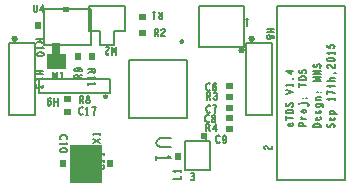
<source format=gto>
G04 ================== begin FILE IDENTIFICATION RECORD ==================*
G04 Layout Name:  C:/Users/msahadat3/Dropbox/GATech/eTDS_PCB/allegro/ETDS_PCB_V1_4.brd*
G04 Film Name:    SILKSCREEN_TOP*
G04 File Format:  Gerber RS274X*
G04 File Origin:  Cadence Allegro 16.6-2015-S056*
G04 Origin Date:  Mon Oct 12 16:32:23 2015*
G04 *
G04 Layer:  REF DES/SILKSCREEN_TOP*
G04 Layer:  PACKAGE GEOMETRY/SILKSCREEN_TOP*
G04 Layer:  BOARD GEOMETRY/SILKSCREEN_TOP*
G04 *
G04 Offset:    (0.00 0.00)*
G04 Mirror:    No*
G04 Mode:      Positive*
G04 Rotation:  0*
G04 FullContactRelief:  No*
G04 UndefLineWidth:     5.00*
G04 ================== end FILE IDENTIFICATION RECORD ====================*
%FSLAX25Y25*MOIN*%
%IR0*IPPOS*OFA0.00000B0.00000*MIA0B0*SFA1.00000B1.00000*%
%ADD10C,.005*%
G75*
%LPD*%
G75*
G36*
G01X761200Y1707250D02*
X759200D01*
Y1705050D01*
X761200D01*
Y1707250D01*
G37*
G36*
G01X753352Y1701808D02*
G03I-1114J0D01*
G37*
G36*
G01X769300Y1661300D02*
X767300D01*
Y1659100D01*
X769300D01*
Y1661300D01*
G37*
G36*
G01X770750Y1653900D02*
X781450D01*
Y1666500D01*
X770750D01*
Y1653900D01*
G37*
G36*
G01X768700Y1678400D02*
Y1676400D01*
X770900D01*
Y1678400D01*
X768700D01*
G37*
G36*
G01Y1682600D02*
Y1680600D01*
X770900D01*
Y1682600D01*
X768700D01*
G37*
G36*
G01X764800Y1696700D02*
Y1700400D01*
X767400D01*
Y1696700D01*
X769400D01*
Y1691800D01*
X762900D01*
Y1696700D01*
X764800D01*
G37*
G36*
G01X772400Y1694800D02*
X774400D01*
Y1697000D01*
X772400D01*
Y1694800D01*
G37*
G36*
G01X768500Y1712500D02*
Y1710700D01*
X770500D01*
Y1712500D01*
X768500D01*
G37*
G36*
G01X782900Y1659100D02*
X784900D01*
Y1661300D01*
X782900D01*
Y1659100D01*
G37*
G36*
G01X783416Y1682457D02*
G03I-880J0D01*
G37*
G36*
G01X778900Y1697000D02*
X776900D01*
Y1694800D01*
X778900D01*
Y1697000D01*
G37*
G36*
G01X793800Y1704800D02*
Y1702800D01*
X796000D01*
Y1704800D01*
X793800D01*
G37*
G36*
G01X796000Y1708100D02*
Y1710100D01*
X793800D01*
Y1708100D01*
X796000D01*
G37*
G36*
G01X805600Y1661500D02*
X807600D01*
Y1663700D01*
X805600D01*
Y1661500D01*
G37*
G36*
G01X808706Y1700900D02*
G03I-806J0D01*
G37*
G36*
G01X816497Y1668350D02*
G03I-447J0D01*
G37*
G36*
G01X822700Y1672700D02*
Y1670700D01*
X824900D01*
Y1672700D01*
X822700D01*
G37*
G36*
G01X814250Y1670550D02*
Y1668550D01*
X816450D01*
Y1670550D01*
X814250D01*
G37*
G36*
G01X822700Y1679900D02*
Y1677900D01*
X824900D01*
Y1679900D01*
X822700D01*
G37*
G36*
G01Y1676300D02*
Y1674300D01*
X824900D01*
Y1676300D01*
X822700D01*
G37*
G36*
G01Y1683500D02*
Y1681500D01*
X824900D01*
Y1683500D01*
X822700D01*
G37*
G36*
G01Y1687100D02*
Y1685100D01*
X824900D01*
Y1687100D01*
X822700D01*
G37*
G36*
G01X829006Y1698026D02*
G03I-1113J0D01*
G37*
G36*
G01X832352Y1701808D02*
G03I-1114J0D01*
G37*
G54D10*
G01X759093Y1700569D02*
X750431D01*
Y1676553D01*
X759093D01*
Y1700569D01*
G01X759300Y1691060D02*
X761800D01*
G01Y1689940D02*
X759300D01*
G01X760550D02*
Y1691060D01*
G01X759300Y1688300D02*
X761800D01*
X761300Y1688620D01*
G01X759300D02*
Y1687980D01*
G01X759800Y1686687D02*
X759508Y1686527D01*
X759342Y1686313D01*
X759300Y1686073D01*
X759342Y1685860D01*
X759550Y1685647D01*
X759800Y1685513D01*
X760050Y1685487D01*
X760342Y1685540D01*
X760550Y1685727D01*
X760633Y1685913D01*
Y1686153D01*
G01Y1685913D02*
X760758Y1685753D01*
X760967Y1685620D01*
X761217Y1685567D01*
X761467Y1685620D01*
X761675Y1685753D01*
X761800Y1685993D01*
X761758Y1686233D01*
X761592Y1686473D01*
G01X759500Y1701633D02*
X762000D01*
Y1700967D01*
X761875Y1700753D01*
X761708Y1700620D01*
X761375Y1700567D01*
X761042Y1700620D01*
X760833Y1700780D01*
X760708Y1700967D01*
Y1701633D01*
G01Y1700967D02*
X759500Y1700567D01*
G01Y1698900D02*
X762000D01*
X761500Y1699220D01*
G01X759500D02*
Y1698580D01*
G01X762000Y1696700D02*
X761917Y1696913D01*
X761708Y1697073D01*
X761458Y1697180D01*
X761125Y1697260D01*
X760750Y1697287D01*
X760375Y1697260D01*
X760042Y1697180D01*
X759792Y1697073D01*
X759583Y1696913D01*
X759500Y1696700D01*
X759583Y1696487D01*
X759792Y1696327D01*
X760042Y1696220D01*
X760375Y1696140D01*
X760750Y1696113D01*
X761125Y1696140D01*
X761458Y1696220D01*
X761708Y1696327D01*
X761917Y1696487D01*
X762000Y1696700D01*
G01X758613Y1713100D02*
Y1711308D01*
X758720Y1710933D01*
X758933Y1710683D01*
X759200Y1710600D01*
X759467Y1710683D01*
X759680Y1710933D01*
X759787Y1711308D01*
Y1713100D01*
G01X761720Y1710600D02*
Y1713100D01*
X760733Y1711308D01*
X762067D01*
G01X769592Y1668513D02*
X769717Y1668673D01*
X769800Y1668860D01*
Y1669073D01*
X769675Y1669313D01*
X769467Y1669500D01*
X769217Y1669633D01*
X768800Y1669740D01*
X768425Y1669767D01*
X768050Y1669713D01*
X767800Y1669633D01*
X767550Y1669473D01*
X767383Y1669287D01*
X767300Y1669100D01*
Y1668913D01*
X767383Y1668727D01*
X767508Y1668567D01*
X767675Y1668433D01*
G01X767300Y1666900D02*
X769800D01*
X769300Y1667220D01*
G01X767300D02*
Y1666580D01*
G01X769800Y1664700D02*
X769717Y1664913D01*
X769508Y1665073D01*
X769258Y1665180D01*
X768925Y1665260D01*
X768550Y1665287D01*
X768175Y1665260D01*
X767842Y1665180D01*
X767592Y1665073D01*
X767383Y1664913D01*
X767300Y1664700D01*
X767383Y1664487D01*
X767592Y1664327D01*
X767842Y1664220D01*
X768175Y1664140D01*
X768550Y1664113D01*
X768925Y1664140D01*
X769258Y1664220D01*
X769508Y1664327D01*
X769717Y1664487D01*
X769800Y1664700D01*
G01X766548Y1682063D02*
Y1679563D01*
G01X765428D02*
Y1682063D01*
G01Y1680813D02*
X766548D01*
G01X764241Y1681771D02*
X764055Y1681980D01*
X763841Y1682063D01*
X763628Y1681980D01*
X763441Y1681730D01*
X763308Y1681355D01*
X763255Y1680980D01*
Y1680521D01*
X763308Y1680146D01*
X763441Y1679813D01*
X763601Y1679646D01*
X763788Y1679563D01*
X764001Y1679646D01*
X764161Y1679813D01*
X764268Y1680063D01*
X764321Y1680396D01*
X764268Y1680688D01*
X764135Y1680980D01*
X763975Y1681146D01*
X763788Y1681188D01*
X763575Y1681105D01*
X763415Y1680896D01*
X763255Y1680521D01*
G01X774700Y1688767D02*
X772200D01*
Y1689433D01*
X772325Y1689647D01*
X772492Y1689780D01*
X772825Y1689833D01*
X773158Y1689780D01*
X773367Y1689620D01*
X773492Y1689433D01*
Y1688767D01*
G01Y1689433D02*
X774700Y1689833D01*
G01X774408Y1691047D02*
X774617Y1691233D01*
X774700Y1691447D01*
X774617Y1691660D01*
X774367Y1691847D01*
X773992Y1691980D01*
X773617Y1692033D01*
X773158D01*
X772783Y1691980D01*
X772450Y1691847D01*
X772283Y1691687D01*
X772200Y1691500D01*
X772283Y1691287D01*
X772450Y1691127D01*
X772700Y1691020D01*
X773033Y1690967D01*
X773325Y1691020D01*
X773617Y1691153D01*
X773783Y1691313D01*
X773825Y1691500D01*
X773742Y1691713D01*
X773533Y1691873D01*
X773158Y1692033D01*
G01X765107Y1688400D02*
Y1690900D01*
X765800Y1688817D01*
X766493Y1690900D01*
Y1688400D01*
G01X768000D02*
Y1690900D01*
X767680Y1690400D01*
G01Y1688400D02*
X768320D01*
G01X784111Y1683638D02*
Y1688362D01*
X760489D01*
Y1683638D01*
X784111D01*
G01X762000Y1711800D02*
Y1699800D01*
X777600D01*
Y1711800D01*
X762000D01*
G01X779808Y1659587D02*
X779683Y1659427D01*
X779600Y1659240D01*
Y1659027D01*
X779725Y1658787D01*
X779933Y1658600D01*
X780183Y1658467D01*
X780600Y1658360D01*
X780975Y1658333D01*
X781350Y1658387D01*
X781600Y1658467D01*
X781850Y1658627D01*
X782017Y1658813D01*
X782100Y1659000D01*
Y1659187D01*
X782017Y1659373D01*
X781892Y1659533D01*
X781725Y1659667D01*
G01X782100Y1661200D02*
X779600D01*
X780100Y1660880D01*
G01X782100D02*
Y1661520D01*
G01Y1663400D02*
X779600D01*
X780100Y1663080D01*
G01X782100D02*
Y1663720D01*
G01X773967Y1680300D02*
Y1682800D01*
X774633D01*
X774847Y1682675D01*
X774980Y1682508D01*
X775033Y1682175D01*
X774980Y1681842D01*
X774820Y1681633D01*
X774633Y1681508D01*
X773967D01*
G01X774633D02*
X775033Y1680300D01*
G01X776700D02*
X776887Y1680342D01*
X777100Y1680467D01*
X777233Y1680675D01*
X777287Y1680967D01*
X777233Y1681258D01*
X777073Y1681508D01*
X776833Y1681633D01*
X776567D01*
X776407Y1681717D01*
X776273Y1681925D01*
X776220Y1682217D01*
X776300Y1682508D01*
X776487Y1682717D01*
X776700Y1682800D01*
X776913Y1682717D01*
X777100Y1682508D01*
X777180Y1682217D01*
X777127Y1681925D01*
X776993Y1681717D01*
X776833Y1681633D01*
X776567D01*
X776327Y1681508D01*
X776167Y1681258D01*
X776113Y1680967D01*
X776167Y1680675D01*
X776300Y1680467D01*
X776513Y1680342D01*
X776700Y1680300D01*
G01X774887Y1678792D02*
X774727Y1678917D01*
X774540Y1679000D01*
X774327D01*
X774087Y1678875D01*
X773900Y1678667D01*
X773767Y1678417D01*
X773660Y1678000D01*
X773633Y1677625D01*
X773687Y1677250D01*
X773767Y1677000D01*
X773927Y1676750D01*
X774113Y1676583D01*
X774300Y1676500D01*
X774487D01*
X774673Y1676583D01*
X774833Y1676708D01*
X774967Y1676875D01*
G01X776500Y1676500D02*
Y1679000D01*
X776180Y1678500D01*
G01Y1676500D02*
X776820D01*
G01X778647D02*
X778700Y1677042D01*
X778780Y1677500D01*
X778887Y1677917D01*
X779020Y1678375D01*
X779233Y1679000D01*
X778167D01*
G01X780850Y1667240D02*
X778350Y1668360D01*
G01Y1667240D02*
X780850Y1668360D01*
G01Y1670000D02*
X778350D01*
X778850Y1669680D01*
G01X780850D02*
Y1670320D01*
G01X776700Y1691633D02*
X779200D01*
Y1690967D01*
X779075Y1690753D01*
X778908Y1690620D01*
X778575Y1690567D01*
X778242Y1690620D01*
X778033Y1690780D01*
X777908Y1690967D01*
Y1691633D01*
G01Y1690967D02*
X776700Y1690567D01*
G01Y1688900D02*
X779200D01*
X778700Y1689220D01*
G01X776700D02*
Y1688580D01*
G01Y1686700D02*
X779200D01*
X778700Y1687020D01*
G01X776700D02*
Y1686380D01*
G01X785993Y1699000D02*
Y1696500D01*
X785300Y1698583D01*
X784607Y1696500D01*
Y1699000D01*
G01X783607Y1696917D02*
X783447Y1696667D01*
X783260Y1696542D01*
X783047Y1696500D01*
X782780Y1696583D01*
X782593Y1696792D01*
X782540Y1697042D01*
X782567Y1697292D01*
X782673Y1697500D01*
X783207Y1697917D01*
X783447Y1698208D01*
X783607Y1698625D01*
X783660Y1699000D01*
X782540D01*
G01X785500Y1704450D02*
Y1699650D01*
X780800D01*
Y1704550D01*
X777200D01*
Y1712650D01*
X789200D01*
Y1704450D01*
X785500D01*
G01X804500Y1668593D02*
X800917D01*
X800167Y1668340D01*
X799667Y1667833D01*
X799500Y1667200D01*
X799667Y1666567D01*
X800167Y1666060D01*
X800917Y1665807D01*
X804500D01*
G01X799500Y1662100D02*
X804500D01*
X803500Y1662860D01*
G01X799500D02*
Y1661340D01*
G01X790350Y1694650D02*
Y1675350D01*
X809650D01*
Y1694650D01*
X790350D01*
G01X798967Y1702600D02*
Y1705100D01*
X799633D01*
X799847Y1704975D01*
X799980Y1704808D01*
X800033Y1704475D01*
X799980Y1704142D01*
X799820Y1703933D01*
X799633Y1703808D01*
X798967D01*
G01X799633D02*
X800033Y1702600D01*
G01X801193Y1704683D02*
X801353Y1704933D01*
X801540Y1705058D01*
X801753Y1705100D01*
X802020Y1705017D01*
X802207Y1704808D01*
X802260Y1704558D01*
X802233Y1704308D01*
X802127Y1704100D01*
X801593Y1703683D01*
X801353Y1703392D01*
X801193Y1702975D01*
X801140Y1702600D01*
X802260D01*
G01X801533Y1710800D02*
Y1708300D01*
X800867D01*
X800653Y1708425D01*
X800520Y1708592D01*
X800467Y1708925D01*
X800520Y1709258D01*
X800680Y1709467D01*
X800867Y1709592D01*
X801533D01*
G01X800867D02*
X800467Y1710800D01*
G01X798800D02*
Y1708300D01*
X799120Y1708800D01*
G01Y1710800D02*
X798480D01*
G01X810963Y1655150D02*
X811123Y1654858D01*
X811337Y1654692D01*
X811577Y1654650D01*
X811790Y1654692D01*
X812003Y1654900D01*
X812137Y1655150D01*
X812163Y1655400D01*
X812110Y1655692D01*
X811923Y1655900D01*
X811737Y1655983D01*
X811497D01*
G01X811737D02*
X811897Y1656108D01*
X812030Y1656317D01*
X812083Y1656567D01*
X812030Y1656817D01*
X811897Y1657025D01*
X811657Y1657150D01*
X811417Y1657108D01*
X811177Y1656942D01*
G01X808950Y1667850D02*
Y1658050D01*
X817350D01*
Y1667850D01*
X808950D01*
G01X805200Y1655067D02*
X807700D01*
Y1656133D01*
G01Y1657800D02*
X805200D01*
X805700Y1657480D01*
G01X807700D02*
Y1658120D01*
G01X820587Y1669392D02*
X820427Y1669517D01*
X820240Y1669600D01*
X820027D01*
X819787Y1669475D01*
X819600Y1669267D01*
X819467Y1669017D01*
X819360Y1668600D01*
X819333Y1668225D01*
X819387Y1667850D01*
X819467Y1667600D01*
X819627Y1667350D01*
X819813Y1667183D01*
X820000Y1667100D01*
X820187D01*
X820373Y1667183D01*
X820533Y1667308D01*
X820667Y1667475D01*
G01X821747Y1667392D02*
X821933Y1667183D01*
X822147Y1667100D01*
X822360Y1667183D01*
X822547Y1667433D01*
X822680Y1667808D01*
X822733Y1668183D01*
Y1668642D01*
X822680Y1669017D01*
X822547Y1669350D01*
X822387Y1669517D01*
X822200Y1669600D01*
X821987Y1669517D01*
X821827Y1669350D01*
X821720Y1669100D01*
X821667Y1668767D01*
X821720Y1668475D01*
X821853Y1668183D01*
X822013Y1668017D01*
X822200Y1667975D01*
X822413Y1668058D01*
X822573Y1668267D01*
X822733Y1668642D01*
G01X816167Y1671000D02*
Y1673500D01*
X816833D01*
X817047Y1673375D01*
X817180Y1673208D01*
X817233Y1672875D01*
X817180Y1672542D01*
X817020Y1672333D01*
X816833Y1672208D01*
X816167D01*
G01X816833D02*
X817233Y1671000D01*
G01X819220D02*
Y1673500D01*
X818233Y1671708D01*
X819567D01*
G01X817387Y1679492D02*
X817227Y1679617D01*
X817040Y1679700D01*
X816827D01*
X816587Y1679575D01*
X816400Y1679367D01*
X816267Y1679117D01*
X816160Y1678700D01*
X816133Y1678325D01*
X816187Y1677950D01*
X816267Y1677700D01*
X816427Y1677450D01*
X816613Y1677283D01*
X816800Y1677200D01*
X816987D01*
X817173Y1677283D01*
X817333Y1677408D01*
X817467Y1677575D01*
G01X818947Y1677200D02*
X819000Y1677742D01*
X819080Y1678200D01*
X819187Y1678617D01*
X819320Y1679075D01*
X819533Y1679700D01*
X818467D01*
G01X816987Y1676292D02*
X816827Y1676417D01*
X816640Y1676500D01*
X816427D01*
X816187Y1676375D01*
X816000Y1676167D01*
X815867Y1675917D01*
X815760Y1675500D01*
X815733Y1675125D01*
X815787Y1674750D01*
X815867Y1674500D01*
X816027Y1674250D01*
X816213Y1674083D01*
X816400Y1674000D01*
X816587D01*
X816773Y1674083D01*
X816933Y1674208D01*
X817067Y1674375D01*
G01X818600Y1674000D02*
X818787Y1674042D01*
X819000Y1674167D01*
X819133Y1674375D01*
X819187Y1674667D01*
X819133Y1674958D01*
X818973Y1675208D01*
X818733Y1675333D01*
X818467D01*
X818307Y1675417D01*
X818173Y1675625D01*
X818120Y1675917D01*
X818200Y1676208D01*
X818387Y1676417D01*
X818600Y1676500D01*
X818813Y1676417D01*
X819000Y1676208D01*
X819080Y1675917D01*
X819027Y1675625D01*
X818893Y1675417D01*
X818733Y1675333D01*
X818467D01*
X818227Y1675208D01*
X818067Y1674958D01*
X818013Y1674667D01*
X818067Y1674375D01*
X818200Y1674167D01*
X818413Y1674042D01*
X818600Y1674000D01*
G01X816367Y1681500D02*
Y1684000D01*
X817033D01*
X817247Y1683875D01*
X817380Y1683708D01*
X817433Y1683375D01*
X817380Y1683042D01*
X817220Y1682833D01*
X817033Y1682708D01*
X816367D01*
G01X817033D02*
X817433Y1681500D01*
G01X818513Y1682000D02*
X818673Y1681708D01*
X818887Y1681542D01*
X819127Y1681500D01*
X819340Y1681542D01*
X819553Y1681750D01*
X819687Y1682000D01*
X819713Y1682250D01*
X819660Y1682542D01*
X819473Y1682750D01*
X819287Y1682833D01*
X819047D01*
G01X819287D02*
X819447Y1682958D01*
X819580Y1683167D01*
X819633Y1683417D01*
X819580Y1683667D01*
X819447Y1683875D01*
X819207Y1684000D01*
X818967Y1683958D01*
X818727Y1683792D01*
G01X817287Y1686792D02*
X817127Y1686917D01*
X816940Y1687000D01*
X816727D01*
X816487Y1686875D01*
X816300Y1686667D01*
X816167Y1686417D01*
X816060Y1686000D01*
X816033Y1685625D01*
X816087Y1685250D01*
X816167Y1685000D01*
X816327Y1684750D01*
X816513Y1684583D01*
X816700Y1684500D01*
X816887D01*
X817073Y1684583D01*
X817233Y1684708D01*
X817367Y1684875D01*
G01X818393Y1685542D02*
X818580Y1685833D01*
X818740Y1686000D01*
X818953Y1686083D01*
X819140Y1686000D01*
X819273Y1685833D01*
X819380Y1685583D01*
X819407Y1685292D01*
X819380Y1685042D01*
X819273Y1684792D01*
X819113Y1684583D01*
X818927Y1684500D01*
X818713Y1684583D01*
X818527Y1684833D01*
X818420Y1685208D01*
X818393Y1685625D01*
X818447Y1686167D01*
X818527Y1686458D01*
X818660Y1686750D01*
X818847Y1686958D01*
X819033Y1687000D01*
X819220Y1686917D01*
X819353Y1686708D01*
G01X828680Y1699207D02*
Y1712593D01*
X813720D01*
Y1699207D01*
X828680D01*
G01X835817Y1664993D02*
X835567Y1665153D01*
X835442Y1665340D01*
X835400Y1665553D01*
X835483Y1665820D01*
X835692Y1666007D01*
X835942Y1666060D01*
X836192Y1666033D01*
X836400Y1665927D01*
X836817Y1665393D01*
X837108Y1665153D01*
X837525Y1664993D01*
X837900Y1664940D01*
Y1666060D01*
G01X862300Y1654700D02*
X839600D01*
Y1712800D01*
X862300D01*
Y1654700D01*
G01X838093Y1700569D02*
X829431D01*
Y1676553D01*
X838093D01*
Y1700569D01*
G01X829700Y1708500D02*
Y1706000D01*
X830020Y1706500D01*
G01Y1708500D02*
X829380D01*
G01X836300Y1705160D02*
X838800D01*
G01Y1704040D02*
X836300D01*
G01X837550D02*
Y1705160D01*
G01X836300Y1702400D02*
X836342Y1702213D01*
X836467Y1702000D01*
X836675Y1701867D01*
X836967Y1701813D01*
X837258Y1701867D01*
X837508Y1702027D01*
X837633Y1702267D01*
Y1702533D01*
X837717Y1702693D01*
X837925Y1702827D01*
X838217Y1702880D01*
X838508Y1702800D01*
X838717Y1702613D01*
X838800Y1702400D01*
X838717Y1702187D01*
X838508Y1702000D01*
X838217Y1701920D01*
X837925Y1701973D01*
X837717Y1702107D01*
X837633Y1702267D01*
Y1702533D01*
X837508Y1702773D01*
X837258Y1702933D01*
X836967Y1702987D01*
X836675Y1702933D01*
X836467Y1702800D01*
X836342Y1702587D01*
X836300Y1702400D01*
G01X843975Y1672800D02*
Y1673653D01*
X843683Y1673573D01*
X843517Y1673440D01*
X843433Y1673253D01*
X843475Y1673067D01*
X843600Y1672907D01*
X843892Y1672800D01*
X844142Y1672747D01*
X844392D01*
X844642Y1672800D01*
X844892Y1672933D01*
X845058Y1673093D01*
X845100Y1673280D01*
X845017Y1673467D01*
X844767Y1673653D01*
G01X842600Y1675400D02*
X845100D01*
G01X842600Y1674787D02*
Y1676013D01*
G01X845100Y1677013D02*
X842600D01*
Y1677547D01*
X842725Y1677760D01*
X842892Y1677920D01*
X843142Y1678053D01*
X843433Y1678160D01*
X843850Y1678187D01*
X844267Y1678160D01*
X844558Y1678053D01*
X844808Y1677920D01*
X844975Y1677760D01*
X845100Y1677547D01*
Y1677013D01*
G01X844767Y1679240D02*
X844975Y1679453D01*
X845100Y1679693D01*
Y1679907D01*
X844975Y1680120D01*
X844767Y1680280D01*
X844475Y1680360D01*
X844183Y1680307D01*
X843933Y1680173D01*
X843767Y1679933D01*
X843683Y1679613D01*
X843517Y1679427D01*
X843225Y1679347D01*
X842933Y1679400D01*
X842725Y1679533D01*
X842600Y1679720D01*
Y1679907D01*
X842683Y1680093D01*
X842892Y1680253D01*
G01X842600Y1683533D02*
X845100Y1684200D01*
X842600Y1684867D01*
G01X845100Y1686400D02*
X842600D01*
X843100Y1686080D01*
G01X845100D02*
Y1686720D01*
G01X845183Y1688600D02*
X845142Y1688547D01*
X845058D01*
X845017Y1688600D01*
X845058Y1688653D01*
X845142D01*
X845183Y1688600D01*
G01X845100Y1691120D02*
X842600D01*
X844392Y1690133D01*
Y1691467D01*
G01X849500Y1672767D02*
X847000D01*
Y1673407D01*
X847125Y1673620D01*
X847417Y1673780D01*
X847750Y1673833D01*
X848083Y1673780D01*
X848333Y1673647D01*
X848458Y1673407D01*
Y1672767D01*
G01X849500Y1675127D02*
X847833D01*
G01X848167D02*
X848000Y1675260D01*
X847875Y1675393D01*
X847833Y1675580D01*
X847875Y1675713D01*
X848000Y1675873D01*
G01X849500Y1677700D02*
X849458Y1677540D01*
X849292Y1677380D01*
X849000Y1677273D01*
X848667Y1677220D01*
X848333Y1677273D01*
X848042Y1677380D01*
X847875Y1677540D01*
X847833Y1677700D01*
X847875Y1677860D01*
X848042Y1678020D01*
X848333Y1678127D01*
X848667Y1678153D01*
X849000Y1678127D01*
X849292Y1678020D01*
X849458Y1677860D01*
X849500Y1677700D01*
G01X850125Y1679473D02*
X850292Y1679660D01*
X850333Y1679820D01*
X850250Y1680033D01*
X850042Y1680193D01*
X849667Y1680273D01*
X847833D01*
G01X847167D02*
X847125Y1680220D01*
X847042D01*
X847000Y1680273D01*
X847042Y1680327D01*
X847125D01*
X847167Y1680273D01*
G01X849583Y1682100D02*
X849542Y1682047D01*
X849458D01*
X849417Y1682100D01*
X849458Y1682153D01*
X849542D01*
X849583Y1682100D01*
G01X848458D02*
X848417Y1682047D01*
X848333D01*
X848292Y1682100D01*
X848333Y1682153D01*
X848417D01*
X848458Y1682100D01*
G01X847000Y1686500D02*
X849500D01*
G01X847000Y1685887D02*
Y1687113D01*
G01X849500Y1688113D02*
X847000D01*
Y1688647D01*
X847125Y1688860D01*
X847292Y1689020D01*
X847542Y1689153D01*
X847833Y1689260D01*
X848250Y1689287D01*
X848667Y1689260D01*
X848958Y1689153D01*
X849208Y1689020D01*
X849375Y1688860D01*
X849500Y1688647D01*
Y1688113D01*
G01X849167Y1690340D02*
X849375Y1690553D01*
X849500Y1690793D01*
Y1691007D01*
X849375Y1691220D01*
X849167Y1691380D01*
X848875Y1691460D01*
X848583Y1691407D01*
X848333Y1691273D01*
X848167Y1691033D01*
X848083Y1690713D01*
X847917Y1690527D01*
X847625Y1690447D01*
X847333Y1690500D01*
X847125Y1690633D01*
X847000Y1690820D01*
Y1691007D01*
X847083Y1691193D01*
X847292Y1691353D01*
G01X854300Y1672413D02*
X851800D01*
Y1672947D01*
X851925Y1673160D01*
X852092Y1673320D01*
X852342Y1673453D01*
X852633Y1673560D01*
X853050Y1673587D01*
X853467Y1673560D01*
X853758Y1673453D01*
X854008Y1673320D01*
X854175Y1673160D01*
X854300Y1672947D01*
Y1672413D01*
G01X853175Y1674800D02*
Y1675653D01*
X852883Y1675573D01*
X852717Y1675440D01*
X852633Y1675253D01*
X852675Y1675067D01*
X852800Y1674907D01*
X853092Y1674800D01*
X853342Y1674747D01*
X853592D01*
X853842Y1674800D01*
X854092Y1674933D01*
X854258Y1675093D01*
X854300Y1675280D01*
X854217Y1675467D01*
X853967Y1675653D01*
G01X854008Y1677000D02*
X854175Y1677133D01*
X854300Y1677320D01*
Y1677480D01*
X854217Y1677640D01*
X854092Y1677747D01*
X853925Y1677800D01*
X853675Y1677773D01*
X853550Y1677667D01*
X853300Y1677187D01*
X853008Y1677080D01*
X852800Y1677133D01*
X852675Y1677240D01*
X852633Y1677400D01*
X852675Y1677560D01*
X852800Y1677720D01*
G01X854925Y1679227D02*
X855092Y1679413D01*
X855133Y1679627D01*
X855092Y1679813D01*
X854883Y1679973D01*
X854592Y1680080D01*
X852633D01*
G01X852967D02*
X852800Y1679973D01*
X852675Y1679813D01*
X852633Y1679627D01*
X852717Y1679413D01*
X852883Y1679280D01*
X853175Y1679173D01*
X853467Y1679120D01*
X853717Y1679147D01*
X854008Y1679253D01*
X854217Y1679413D01*
X854300Y1679627D01*
X854258Y1679787D01*
X854092Y1679973D01*
X853925Y1680080D01*
G01X854300Y1681347D02*
X852633D01*
G01X853050D02*
X852842Y1681453D01*
X852675Y1681613D01*
X852633Y1681827D01*
X852675Y1682013D01*
X852842Y1682173D01*
X853133Y1682253D01*
X854300D01*
G01X854383Y1684000D02*
X854342Y1683947D01*
X854258D01*
X854217Y1684000D01*
X854258Y1684053D01*
X854342D01*
X854383Y1684000D01*
G01X853258D02*
X853217Y1683947D01*
X853133D01*
X853092Y1684000D01*
X853133Y1684053D01*
X853217D01*
X853258Y1684000D01*
G01X854300Y1687707D02*
X851800D01*
X853883Y1688400D01*
X851800Y1689093D01*
X854300D01*
G01Y1689987D02*
X851800D01*
X854300Y1691213D01*
X851800D01*
G01X853967Y1692240D02*
X854175Y1692453D01*
X854300Y1692693D01*
Y1692907D01*
X854175Y1693120D01*
X853967Y1693280D01*
X853675Y1693360D01*
X853383Y1693307D01*
X853133Y1693173D01*
X852967Y1692933D01*
X852883Y1692613D01*
X852717Y1692427D01*
X852425Y1692347D01*
X852133Y1692400D01*
X851925Y1692533D01*
X851800Y1692720D01*
Y1692907D01*
X851883Y1693093D01*
X852092Y1693253D01*
G01X858567Y1672340D02*
X858775Y1672553D01*
X858900Y1672793D01*
Y1673007D01*
X858775Y1673220D01*
X858567Y1673380D01*
X858275Y1673460D01*
X857983Y1673407D01*
X857733Y1673273D01*
X857567Y1673033D01*
X857483Y1672713D01*
X857317Y1672527D01*
X857025Y1672447D01*
X856733Y1672500D01*
X856525Y1672633D01*
X856400Y1672820D01*
Y1673007D01*
X856483Y1673193D01*
X856692Y1673353D01*
G01X857775Y1674700D02*
Y1675553D01*
X857483Y1675473D01*
X857317Y1675340D01*
X857233Y1675153D01*
X857275Y1674967D01*
X857400Y1674807D01*
X857692Y1674700D01*
X857942Y1674647D01*
X858192D01*
X858442Y1674700D01*
X858692Y1674833D01*
X858858Y1674993D01*
X858900Y1675180D01*
X858817Y1675367D01*
X858567Y1675553D01*
G01X859733Y1676820D02*
X857233D01*
G01X857608D02*
X857400Y1676953D01*
X857275Y1677087D01*
X857233Y1677300D01*
X857275Y1677487D01*
X857483Y1677673D01*
X857775Y1677753D01*
X858067Y1677780D01*
X858358Y1677753D01*
X858650Y1677673D01*
X858817Y1677513D01*
X858900Y1677300D01*
X858858Y1677113D01*
X858733Y1676927D01*
X858567Y1676820D01*
G01X858900Y1681700D02*
X856400D01*
X856900Y1681380D01*
G01X858900D02*
Y1682020D01*
G01Y1683847D02*
X858358Y1683900D01*
X857900Y1683980D01*
X857483Y1684087D01*
X857025Y1684220D01*
X856400Y1684433D01*
Y1683367D01*
G01Y1686100D02*
X858900D01*
G01X857233Y1685727D02*
Y1686473D01*
G01X858900Y1687847D02*
X856400D01*
G01X857608D02*
X857400Y1687980D01*
X857275Y1688113D01*
X857233Y1688327D01*
X857275Y1688487D01*
X857442Y1688673D01*
X857692Y1688753D01*
X858900D01*
G01X859358Y1690447D02*
X858817Y1690553D01*
G01X856817Y1692193D02*
X856567Y1692353D01*
X856442Y1692540D01*
X856400Y1692753D01*
X856483Y1693020D01*
X856692Y1693207D01*
X856942Y1693260D01*
X857192Y1693233D01*
X857400Y1693127D01*
X857817Y1692593D01*
X858108Y1692353D01*
X858525Y1692193D01*
X858900Y1692140D01*
Y1693260D01*
G01X856400Y1694900D02*
X856483Y1694687D01*
X856692Y1694527D01*
X856942Y1694420D01*
X857275Y1694340D01*
X857650Y1694313D01*
X858025Y1694340D01*
X858358Y1694420D01*
X858608Y1694527D01*
X858817Y1694687D01*
X858900Y1694900D01*
X858817Y1695113D01*
X858608Y1695273D01*
X858358Y1695380D01*
X858025Y1695460D01*
X857650Y1695487D01*
X857275Y1695460D01*
X856942Y1695380D01*
X856692Y1695273D01*
X856483Y1695113D01*
X856400Y1694900D01*
G01X858900Y1697100D02*
X856400D01*
X856900Y1696780D01*
G01X858900D02*
Y1697420D01*
G01X858525Y1698713D02*
X858733Y1698873D01*
X858858Y1699060D01*
X858900Y1699300D01*
X858817Y1699540D01*
X858650Y1699727D01*
X858358Y1699860D01*
X858025Y1699887D01*
X857692Y1699833D01*
X857483Y1699700D01*
X857317Y1699513D01*
X857275Y1699327D01*
X857317Y1699140D01*
X857483Y1698900D01*
X856400Y1698980D01*
Y1699700D01*
M02*

</source>
